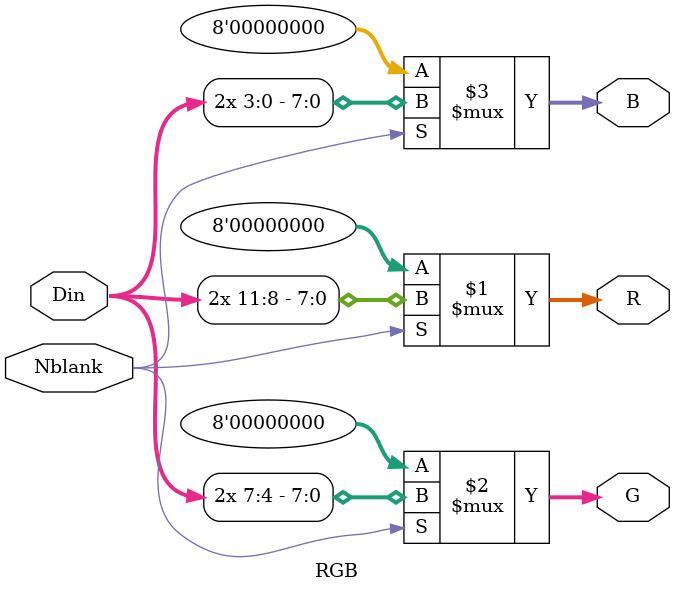
<source format=v>

module RGB (
    input [11:0] Din,     // 입력 데이터 (RGB444)
    input Nblank,         // 화면 표시 유효 구간 신호
    output [7:0] R, G, B  // 출력 데이터 (RGB888)
);

    // Nblank 신호가 '1'일 때 (유효 구간) 데이터를 변환하고,
    // 아닐 때는 검은색(0)을 출력합니다.
    // 각 4비트 채널을 복제하여 8비트로 확장합니다 (예: '1101' -> '11011101').
    assign R = Nblank ? {Din[11:8], Din[11:8]} : 8'h00;
    assign G = Nblank ? {Din[7:4],  Din[7:4]}  : 8'h00;
    assign B = Nblank ? {Din[3:0],  Din[3:0]}  : 8'h00;

endmodule

</source>
